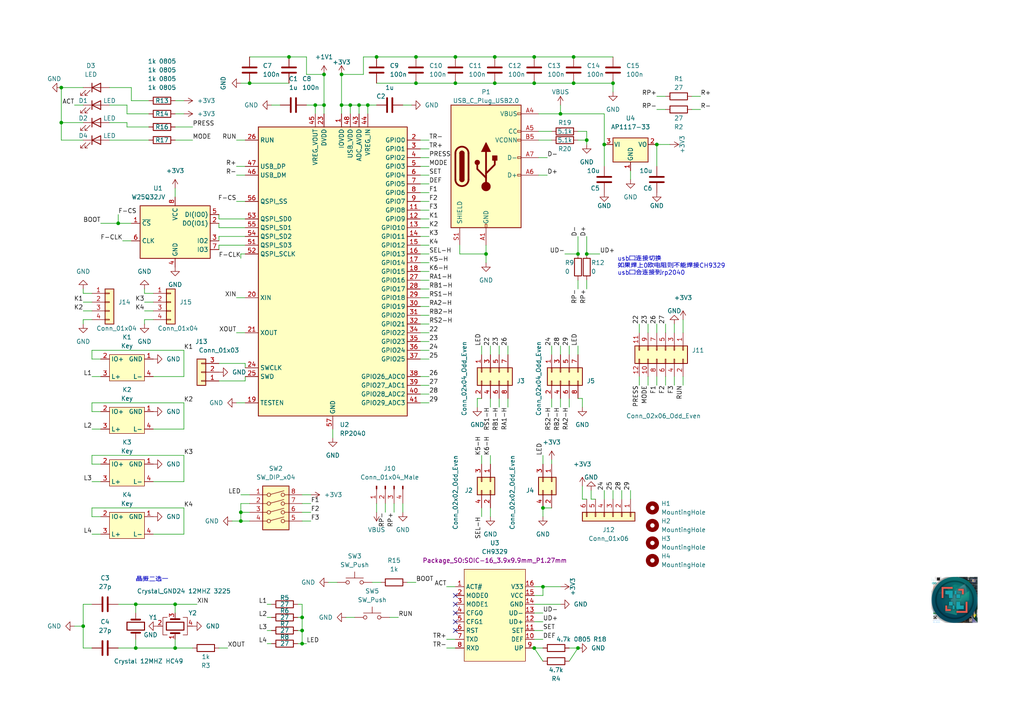
<source format=kicad_sch>
(kicad_sch (version 20211123) (generator eeschema)
  (paper "A4")
  (title_block (title "RKD-stand-typec") (date "2023-01-30") (rev "35") (company "PCX-LK") (comment 1 "https://github.com/PCX-LK/RKD"))
  (junction (at 167.64 187.96))
  (junction (at 154.94 16.51))
  (junction (at 99.06 30.48))
  (junction (at 166.37 16.51))
  (junction (at 109.22 16.51))
  (junction (at 166.37 24.13))
  (junction (at 157.48 170.18))
  (junction (at 83.82 16.51))
  (junction (at 91.44 30.48))
  (junction (at 120.65 16.51))
  (junction (at 24.13 181.61))
  (junction (at 93.98 30.48))
  (junction (at 170.18 73.66))
  (junction (at 177.8 24.13))
  (junction (at 39.37 175.26))
  (junction (at 93.98 21.59))
  (junction (at 175.26 41.91))
  (junction (at 69.85 151.13))
  (junction (at 104.14 30.48))
  (junction (at 17.78 25.4))
  (junction (at 143.51 16.51))
  (junction (at 69.85 148.59))
  (junction (at 143.51 24.13))
  (junction (at 167.64 73.66))
  (junction (at 132.08 16.51))
  (junction (at 162.56 33.02))
  (junction (at 87.63 186.69))
  (junction (at 72.39 24.13))
  (junction (at 87.63 179.07))
  (junction (at 99.06 21.59))
  (junction (at 87.63 182.88))
  (junction (at 170.18 40.64))
  (junction (at 154.94 187.96))
  (junction (at 106.68 30.48))
  (junction (at 132.08 24.13))
  (junction (at 34.29 64.77))
  (junction (at 17.78 35.56))
  (junction (at 190.5 41.91))
  (junction (at 157.48 147.32))
  (junction (at 50.8 175.26))
  (junction (at 101.6 30.48))
  (junction (at 154.94 24.13))
  (junction (at 120.65 24.13))
  (junction (at 140.97 73.66))
  (junction (at 50.8 187.96))
  (junction (at 39.37 187.96))
  (no_connect (at 132.08 180.34))
  (no_connect (at 132.08 172.72))
  (no_connect (at 132.08 175.26))
  (no_connect (at 132.08 177.8))
  (no_connect (at 132.08 182.88))
  (wire (pts (xy 172.72 144.78) (xy 171.45 144.78)))
  (wire (pts (xy 29.21 149.86) (xy 26.67 149.86)))
  (wire (pts (xy 139.7 132.08) (xy 139.7 134.62)))
  (wire (pts (xy 109.22 146.05) (xy 109.22 148.59)))
  (wire (pts (xy 77.47 186.69) (xy 78.74 186.69)))
  (wire (pts (xy 170.18 38.1) (xy 170.18 40.64)))
  (wire (pts (xy 144.78 115.57) (xy 144.78 118.11)))
  (wire (pts (xy 63.5 64.77) (xy 63.5 66.04)))
  (wire (pts (xy 121.92 60.96) (xy 124.46 60.96)))
  (wire (pts (xy 121.92 88.9) (xy 124.46 88.9)))
  (wire (pts (xy 143.51 16.51) (xy 154.94 16.51)))
  (wire (pts (xy 167.64 38.1) (xy 170.18 38.1)))
  (wire (pts (xy 72.39 24.13) (xy 83.82 24.13)))
  (wire (pts (xy 87.63 143.51) (xy 90.17 143.51)))
  (wire (pts (xy 109.22 16.51) (xy 120.65 16.51)))
  (wire (pts (xy 166.37 24.13) (xy 177.8 24.13)))
  (wire (pts (xy 26.67 85.09) (xy 24.13 85.09)))
  (wire (pts (xy 26.67 104.14) (xy 26.67 101.6)))
  (wire (pts (xy 88.9 21.59) (xy 93.98 21.59)))
  (wire (pts (xy 63.5 105.41) (xy 71.12 105.41)))
  (wire (pts (xy 50.8 187.96) (xy 55.88 187.96)))
  (wire (pts (xy 140.97 71.12) (xy 140.97 73.66)))
  (wire (pts (xy 86.36 182.88) (xy 87.63 182.88)))
  (wire (pts (xy 36.83 33.02) (xy 43.18 33.02)))
  (wire (pts (xy 53.34 154.94) (xy 44.45 154.94)))
  (wire (pts (xy 63.5 71.12) (xy 71.12 71.12)))
  (wire (pts (xy 67.31 151.13) (xy 69.85 151.13)))
  (wire (pts (xy 87.63 182.88) (xy 87.63 179.07)))
  (wire (pts (xy 36.83 30.48) (xy 36.83 33.02)))
  (wire (pts (xy 142.24 149.86) (xy 142.24 147.32)))
  (wire (pts (xy 121.92 71.12) (xy 124.46 71.12)))
  (wire (pts (xy 140.97 73.66) (xy 140.97 76.2)))
  (wire (pts (xy 190.5 41.91) (xy 190.5 48.26)))
  (wire (pts (xy 162.56 30.48) (xy 162.56 33.02)))
  (wire (pts (xy 166.37 16.51) (xy 177.8 16.51)))
  (wire (pts (xy 195.58 109.22) (xy 195.58 111.76)))
  (wire (pts (xy 154.94 177.8) (xy 157.48 177.8)))
  (wire (pts (xy 63.5 63.5) (xy 71.12 63.5)))
  (wire (pts (xy 68.58 86.36) (xy 71.12 86.36)))
  (wire (pts (xy 142.24 100.33) (xy 142.24 102.87)))
  (wire (pts (xy 109.22 30.48) (xy 106.68 30.48)))
  (wire (pts (xy 99.06 21.59) (xy 105.41 21.59)))
  (wire (pts (xy 17.78 40.64) (xy 24.13 40.64)))
  (wire (pts (xy 114.3 146.05) (xy 114.3 148.59)))
  (wire (pts (xy 53.34 101.6) (xy 53.34 109.22)))
  (wire (pts (xy 50.8 175.26) (xy 57.15 175.26)))
  (wire (pts (xy 53.34 132.08) (xy 53.34 139.7)))
  (wire (pts (xy 105.41 21.59) (xy 105.41 16.51)))
  (wire (pts (xy 29.21 139.7) (xy 26.67 139.7)))
  (wire (pts (xy 157.48 147.32) (xy 160.02 147.32)))
  (wire (pts (xy 162.56 100.33) (xy 162.56 102.87)))
  (wire (pts (xy 121.92 83.82) (xy 124.46 83.82)))
  (wire (pts (xy 190.5 41.91) (xy 194.31 41.91)))
  (wire (pts (xy 29.21 109.22) (xy 26.67 109.22)))
  (wire (pts (xy 120.65 16.51) (xy 132.08 16.51)))
  (wire (pts (xy 147.32 100.33) (xy 147.32 102.87)))
  (wire (pts (xy 39.37 187.96) (xy 39.37 185.42)))
  (wire (pts (xy 162.56 170.18) (xy 157.48 170.18)))
  (wire (pts (xy 71.12 68.58) (xy 63.5 68.58)))
  (wire (pts (xy 29.21 134.62) (xy 26.67 134.62)))
  (wire (pts (xy 71.12 73.66) (xy 69.85 73.66)))
  (wire (pts (xy 147.32 115.57) (xy 147.32 118.11)))
  (wire (pts (xy 17.78 35.56) (xy 17.78 40.64)))
  (wire (pts (xy 180.34 142.24) (xy 180.34 144.78)))
  (wire (pts (xy 63.5 187.96) (xy 66.04 187.96)))
  (wire (pts (xy 68.58 40.64) (xy 71.12 40.64)))
  (wire (pts (xy 86.36 175.26) (xy 87.63 175.26)))
  (wire (pts (xy 182.88 142.24) (xy 182.88 144.78)))
  (wire (pts (xy 198.12 92.71) (xy 198.12 96.52)))
  (wire (pts (xy 26.67 92.71) (xy 24.13 92.71)))
  (wire (pts (xy 121.92 58.42) (xy 124.46 58.42)))
  (wire (pts (xy 162.56 115.57) (xy 162.56 118.11)))
  (wire (pts (xy 50.8 54.61) (xy 50.8 57.15)))
  (wire (pts (xy 121.92 48.26) (xy 124.46 48.26)))
  (wire (pts (xy 182.88 49.53) (xy 182.88 52.07)))
  (wire (pts (xy 41.91 90.17) (xy 44.45 90.17)))
  (wire (pts (xy 156.21 45.72) (xy 158.75 45.72)))
  (wire (pts (xy 170.18 81.28) (xy 170.18 83.82)))
  (wire (pts (xy 106.68 30.48) (xy 106.68 33.02)))
  (wire (pts (xy 41.91 92.71) (xy 41.91 93.98)))
  (wire (pts (xy 50.8 33.02) (xy 53.34 33.02)))
  (wire (pts (xy 83.82 16.51) (xy 88.9 16.51)))
  (wire (pts (xy 24.13 85.09) (xy 24.13 83.82)))
  (wire (pts (xy 111.76 146.05) (xy 111.76 148.59)))
  (wire (pts (xy 87.63 148.59) (xy 90.17 148.59)))
  (wire (pts (xy 63.5 66.04) (xy 71.12 66.04)))
  (wire (pts (xy 142.24 132.08) (xy 142.24 134.62)))
  (wire (pts (xy 44.45 92.71) (xy 41.91 92.71)))
  (wire (pts (xy 99.06 21.59) (xy 99.06 30.48)))
  (wire (pts (xy 69.85 146.05) (xy 69.85 148.59)))
  (wire (pts (xy 88.9 16.51) (xy 88.9 21.59)))
  (wire (pts (xy 87.63 175.26) (xy 87.63 179.07)))
  (wire (pts (xy 171.45 144.78) (xy 171.45 142.24)))
  (wire (pts (xy 26.67 119.38) (xy 26.67 116.84)))
  (wire (pts (xy 36.83 35.56) (xy 36.83 36.83)))
  (wire (pts (xy 104.14 30.48) (xy 106.68 30.48)))
  (wire (pts (xy 69.85 151.13) (xy 72.39 151.13)))
  (wire (pts (xy 24.13 30.48) (xy 21.59 30.48)))
  (wire (pts (xy 116.84 146.05) (xy 116.84 148.59)))
  (wire (pts (xy 121.92 116.84) (xy 124.46 116.84)))
  (wire (pts (xy 107.95 168.91) (xy 110.49 168.91)))
  (wire (pts (xy 121.92 55.88) (xy 124.46 55.88)))
  (wire (pts (xy 39.37 187.96) (xy 50.8 187.96)))
  (wire (pts (xy 87.63 186.69) (xy 88.9 186.69)))
  (wire (pts (xy 53.34 29.21) (xy 50.8 29.21)))
  (wire (pts (xy 121.92 45.72) (xy 124.46 45.72)))
  (wire (pts (xy 121.92 111.76) (xy 124.46 111.76)))
  (wire (pts (xy 63.5 63.5) (xy 63.5 62.23)))
  (wire (pts (xy 154.94 175.26) (xy 162.56 175.26)))
  (wire (pts (xy 121.92 81.28) (xy 124.46 81.28)))
  (wire (pts (xy 168.91 140.97) (xy 168.91 144.78)))
  (wire (pts (xy 78.74 30.48) (xy 81.28 30.48)))
  (wire (pts (xy 69.85 73.66) (xy 69.85 74.93)))
  (wire (pts (xy 41.91 87.63) (xy 44.45 87.63)))
  (wire (pts (xy 17.78 35.56) (xy 24.13 35.56)))
  (wire (pts (xy 170.18 73.66) (xy 173.99 73.66)))
  (wire (pts (xy 53.34 139.7) (xy 44.45 139.7)))
  (wire (pts (xy 69.85 24.13) (xy 72.39 24.13)))
  (wire (pts (xy 93.98 21.59) (xy 93.98 30.48)))
  (wire (pts (xy 198.12 109.22) (xy 198.12 111.76)))
  (wire (pts (xy 26.67 101.6) (xy 53.34 101.6)))
  (wire (pts (xy 86.36 179.07) (xy 87.63 179.07)))
  (wire (pts (xy 129.54 170.18) (xy 132.08 170.18)))
  (wire (pts (xy 154.94 170.18) (xy 157.48 170.18)))
  (wire (pts (xy 190.5 109.22) (xy 190.5 111.76)))
  (wire (pts (xy 121.92 91.44) (xy 124.46 91.44)))
  (wire (pts (xy 157.48 149.86) (xy 157.48 147.32)))
  (wire (pts (xy 50.8 40.64) (xy 55.88 40.64)))
  (wire (pts (xy 29.21 64.77) (xy 34.29 64.77)))
  (wire (pts (xy 29.21 154.94) (xy 26.67 154.94)))
  (wire (pts (xy 129.54 185.42) (xy 132.08 185.42)))
  (wire (pts (xy 50.8 175.26) (xy 50.8 177.8)))
  (wire (pts (xy 71.12 109.22) (xy 71.12 110.49)))
  (wire (pts (xy 105.41 16.51) (xy 109.22 16.51)))
  (wire (pts (xy 200.66 27.94) (xy 203.2 27.94)))
  (wire (pts (xy 71.12 105.41) (xy 71.12 106.68)))
  (wire (pts (xy 96.52 124.46) (xy 96.52 127)))
  (wire (pts (xy 24.13 90.17) (xy 26.67 90.17)))
  (wire (pts (xy 132.08 24.13) (xy 143.51 24.13)))
  (wire (pts (xy 143.51 24.13) (xy 154.94 24.13)))
  (wire (pts (xy 104.14 30.48) (xy 104.14 33.02)))
  (wire (pts (xy 157.48 182.88) (xy 154.94 182.88)))
  (wire (pts (xy 185.42 93.98) (xy 185.42 96.52)))
  (wire (pts (xy 129.54 187.96) (xy 132.08 187.96)))
  (wire (pts (xy 160.02 115.57) (xy 160.02 118.11)))
  (wire (pts (xy 101.6 30.48) (xy 104.14 30.48)))
  (wire (pts (xy 53.34 124.46) (xy 44.45 124.46)))
  (wire (pts (xy 165.1 115.57) (xy 165.1 118.11)))
  (wire (pts (xy 109.22 24.13) (xy 120.65 24.13)))
  (wire (pts (xy 31.75 30.48) (xy 36.83 30.48)))
  (wire (pts (xy 121.92 63.5) (xy 124.46 63.5)))
  (wire (pts (xy 154.94 187.96) (xy 157.48 191.77)))
  (wire (pts (xy 162.56 33.02) (xy 175.26 33.02)))
  (wire (pts (xy 121.92 78.74) (xy 124.46 78.74)))
  (wire (pts (xy 121.92 99.06) (xy 124.46 99.06)))
  (wire (pts (xy 156.21 33.02) (xy 162.56 33.02)))
  (wire (pts (xy 39.37 175.26) (xy 50.8 175.26)))
  (wire (pts (xy 157.48 132.08) (xy 157.48 134.62)))
  (wire (pts (xy 193.04 109.22) (xy 193.04 111.76)))
  (wire (pts (xy 63.5 72.39) (xy 63.5 71.12)))
  (wire (pts (xy 88.9 30.48) (xy 91.44 30.48)))
  (wire (pts (xy 165.1 191.77) (xy 167.64 187.96)))
  (wire (pts (xy 17.78 25.4) (xy 17.78 35.56)))
  (wire (pts (xy 87.63 146.05) (xy 90.17 146.05)))
  (wire (pts (xy 38.1 29.21) (xy 38.1 25.4)))
  (wire (pts (xy 177.8 142.24) (xy 177.8 144.78)))
  (wire (pts (xy 99.06 30.48) (xy 101.6 30.48)))
  (wire (pts (xy 200.66 31.75) (xy 203.2 31.75)))
  (wire (pts (xy 160.02 133.35) (xy 160.02 134.62)))
  (wire (pts (xy 68.58 50.8) (xy 71.12 50.8)))
  (wire (pts (xy 154.94 187.96) (xy 157.48 187.96)))
  (wire (pts (xy 154.94 16.51) (xy 166.37 16.51)))
  (wire (pts (xy 177.8 24.13) (xy 177.8 26.67)))
  (wire (pts (xy 69.85 148.59) (xy 72.39 148.59)))
  (wire (pts (xy 154.94 185.42) (xy 157.48 185.42)))
  (wire (pts (xy 139.7 100.33) (xy 139.7 102.87)))
  (wire (pts (xy 24.13 175.26) (xy 24.13 181.61)))
  (wire (pts (xy 26.67 149.86) (xy 26.67 147.32)))
  (wire (pts (xy 163.83 73.66) (xy 167.64 73.66)))
  (wire (pts (xy 121.92 68.58) (xy 124.46 68.58)))
  (wire (pts (xy 175.26 41.91) (xy 175.26 48.26)))
  (wire (pts (xy 187.96 93.98) (xy 187.96 96.52)))
  (wire (pts (xy 154.94 172.72) (xy 157.48 172.72)))
  (wire (pts (xy 26.67 175.26) (xy 24.13 175.26)))
  (wire (pts (xy 69.85 148.59) (xy 69.85 151.13)))
  (wire (pts (xy 175.26 33.02) (xy 175.26 41.91)))
  (wire (pts (xy 121.92 101.6) (xy 124.46 101.6)))
  (wire (pts (xy 165.1 100.33) (xy 165.1 102.87)))
  (wire (pts (xy 113.03 179.07) (xy 115.57 179.07)))
  (wire (pts (xy 121.92 73.66) (xy 124.46 73.66)))
  (wire (pts (xy 31.75 35.56) (xy 36.83 35.56)))
  (wire (pts (xy 17.78 25.4) (xy 24.13 25.4)))
  (wire (pts (xy 39.37 175.26) (xy 39.37 177.8)))
  (wire (pts (xy 168.91 115.57) (xy 168.91 118.11)))
  (wire (pts (xy 132.08 16.51) (xy 143.51 16.51)))
  (wire (pts (xy 72.39 16.51) (xy 83.82 16.51)))
  (wire (pts (xy 170.18 68.58) (xy 170.18 73.66)))
  (wire (pts (xy 77.47 179.07) (xy 78.74 179.07)))
  (wire (pts (xy 34.29 64.77) (xy 38.1 64.77)))
  (wire (pts (xy 170.18 40.64) (xy 170.18 41.91)))
  (wire (pts (xy 68.58 96.52) (xy 71.12 96.52)))
  (wire (pts (xy 167.64 68.58) (xy 167.64 73.66)))
  (wire (pts (xy 91.44 30.48) (xy 91.44 33.02)))
  (wire (pts (xy 99.06 33.02) (xy 99.06 30.48)))
  (wire (pts (xy 142.24 115.57) (xy 142.24 118.11)))
  (wire (pts (xy 36.83 36.83) (xy 43.18 36.83)))
  (wire (pts (xy 41.91 83.82) (xy 41.91 85.09)))
  (wire (pts (xy 87.63 186.69) (xy 87.63 182.88)))
  (wire (pts (xy 167.64 81.28) (xy 167.64 83.82)))
  (wire (pts (xy 26.67 147.32) (xy 53.34 147.32)))
  (wire (pts (xy 167.64 40.64) (xy 170.18 40.64)))
  (wire (pts (xy 95.25 168.91) (xy 97.79 168.91)))
  (wire (pts (xy 53.34 116.84) (xy 53.34 124.46)))
  (wire (pts (xy 121.92 43.18) (xy 124.46 43.18)))
  (wire (pts (xy 69.85 146.05) (xy 72.39 146.05)))
  (wire (pts (xy 21.59 181.61) (xy 24.13 181.61)))
  (wire (pts (xy 167.64 115.57) (xy 168.91 115.57)))
  (wire (pts (xy 77.47 175.26) (xy 78.74 175.26)))
  (wire (pts (xy 63.5 110.49) (xy 71.12 110.49)))
  (wire (pts (xy 139.7 115.57) (xy 138.43 115.57)))
  (wire (pts (xy 86.36 186.69) (xy 87.63 186.69)))
  (wire (pts (xy 121.92 93.98) (xy 124.46 93.98)))
  (wire (pts (xy 121.92 76.2) (xy 124.46 76.2)))
  (wire (pts (xy 34.29 62.23) (xy 34.29 64.77)))
  (wire (pts (xy 133.35 73.66) (xy 140.97 73.66)))
  (wire (pts (xy 120.65 24.13) (xy 132.08 24.13)))
  (wire (pts (xy 34.29 187.96) (xy 39.37 187.96)))
  (wire (pts (xy 35.56 69.85) (xy 38.1 69.85)))
  (wire (pts (xy 121.92 40.64) (xy 124.46 40.64)))
  (wire (pts (xy 77.47 182.88) (xy 78.74 182.88)))
  (wire (pts (xy 53.34 147.32) (xy 53.34 154.94)))
  (wire (pts (xy 139.7 149.86) (xy 139.7 147.32)))
  (wire (pts (xy 133.35 71.12) (xy 133.35 73.66)))
  (wire (pts (xy 187.96 109.22) (xy 187.96 111.76)))
  (wire (pts (xy 154.94 24.13) (xy 166.37 24.13)))
  (wire (pts (xy 154.94 180.34) (xy 157.48 180.34)))
  (wire (pts (xy 121.92 50.8) (xy 124.46 50.8)))
  (wire (pts (xy 43.18 29.21) (xy 38.1 29.21)))
  (wire (pts (xy 29.21 119.38) (xy 26.67 119.38)))
  (wire (pts (xy 69.85 143.51) (xy 72.39 143.51)))
  (wire (pts (xy 157.48 172.72) (xy 157.48 170.18)))
  (wire (pts (xy 185.42 109.22) (xy 185.42 111.76)))
  (wire (pts (xy 29.21 104.14) (xy 26.67 104.14)))
  (wire (pts (xy 50.8 36.83) (xy 55.88 36.83)))
  (wire (pts (xy 190.5 31.75) (xy 193.04 31.75)))
  (wire (pts (xy 121.92 109.22) (xy 124.46 109.22)))
  (wire (pts (xy 156.21 40.64) (xy 160.02 40.64)))
  (wire (pts (xy 24.13 87.63) (xy 26.67 87.63)))
  (wire (pts (xy 63.5 68.58) (xy 63.5 69.85)))
  (wire (pts (xy 168.91 144.78) (xy 170.18 144.78)))
  (wire (pts (xy 156.21 38.1) (xy 160.02 38.1)))
  (wire (pts (xy 144.78 100.33) (xy 144.78 102.87)))
  (wire (pts (xy 118.11 168.91) (xy 120.65 168.91)))
  (wire (pts (xy 24.13 181.61) (xy 24.13 187.96)))
  (wire (pts (xy 31.75 25.4) (xy 38.1 25.4)))
  (wire (pts (xy 24.13 92.71) (xy 24.13 93.98)))
  (wire (pts (xy 193.04 93.98) (xy 193.04 96.52)))
  (wire (pts (xy 190.5 27.94) (xy 193.04 27.94)))
  (wire (pts (xy 190.5 93.98) (xy 190.5 96.52)))
  (wire (pts (xy 165.1 187.96) (xy 167.64 187.96)))
  (wire (pts (xy 121.92 114.3) (xy 124.46 114.3)))
  (wire (pts (xy 195.58 93.98) (xy 195.58 96.52)))
  (wire (pts (xy 93.98 33.02) (xy 93.98 30.48)))
  (wire (pts (xy 160.02 100.33) (xy 160.02 102.87)))
  (wire (pts (xy 34.29 175.26) (xy 39.37 175.26)))
  (wire (pts (xy 121.92 66.04) (xy 124.46 66.04)))
  (wire (pts (xy 116.84 30.48) (xy 119.38 30.48)))
  (wire (pts (xy 101.6 30.48) (xy 101.6 33.02)))
  (wire (pts (xy 68.58 48.26) (xy 71.12 48.26)))
  (wire (pts (xy 50.8 185.42) (xy 50.8 187.96)))
  (wire (pts (xy 138.43 115.57) (xy 138.43 118.11)))
  (wire (pts (xy 156.21 50.8) (xy 158.75 50.8)))
  (wire (pts (xy 68.58 116.84) (xy 71.12 116.84)))
  (wire (pts (xy 93.98 30.48) (xy 91.44 30.48)))
  (wire (pts (xy 41.91 85.09) (xy 44.45 85.09)))
  (wire (pts (xy 121.92 96.52) (xy 124.46 96.52)))
  (wire (pts (xy 87.63 151.13) (xy 90.17 151.13)))
  (wire (pts (xy 26.67 132.08) (xy 53.34 132.08)))
  (wire (pts (xy 26.67 134.62) (xy 26.67 132.08)))
  (wire (pts (xy 31.75 40.64) (xy 43.18 40.64)))
  (wire (pts (xy 29.21 124.46) (xy 26.67 124.46)))
  (wire (pts (xy 167.64 100.33) (xy 167.64 102.87)))
  (wire (pts (xy 26.67 116.84) (xy 53.34 116.84)))
  (wire (pts (xy 121.92 104.14) (xy 124.46 104.14)))
  (wire (pts (xy 68.58 58.42) (xy 71.12 58.42)))
  (wire (pts (xy 121.92 53.34) (xy 124.46 53.34)))
  (wire (pts (xy 24.13 187.96) (xy 26.67 187.96)))
  (wire (pts (xy 100.33 179.07) (xy 102.87 179.07)))
  (wire (pts (xy 121.92 86.36) (xy 124.46 86.36)))
  (wire (pts (xy 175.26 142.24) (xy 175.26 144.78)))
  (wire (pts (xy 53.34 109.22) (xy 44.45 109.22)))
  (image (at 276.86 173.99) (scale 0.145832))
  (text "usb口连接切换\n如果焊上0欧电阻则不能焊接CH9329\nusb口会连接到rp2040" (at 179.07 80.01 0) (effects (font (size 1.27 1.27)) (justify left bottom)))
  (text "晶振二选一" (at 39.37 168.91 0) (effects (font (size 1.27 1.27)) (justify left bottom)))
  (label "RUN" (at 68.58 40.64 180))
  (label "22" (at 142.24 100.33 90))
  (label "L3" (at 77.47 182.88 180))
  (label "R-" (at 203.2 31.75 0))
  (label "24" (at 175.26 142.24 90))
  (label "BOOT" (at 29.21 64.77 180))
  (label "RB2-H" (at 162.56 118.11 270))
  (label "29" (at 165.1 100.33 90))
  (label "UD+" (at 173.99 73.66 0))
  (label "PRESS" (at 55.88 36.83 0))
  (label "RS2-H" (at 160.02 118.11 270))
  (label "K4" (at 41.91 90.17 180))
  (label "F1" (at 124.46 55.88 0))
  (label "RP+" (at 190.5 27.94 180))
  (label "22" (at 185.42 93.98 90))
  (label "25" (at 124.46 104.14 0))
  (label "R-" (at 68.58 50.8 180))
  (label "RA2-H" (at 124.46 88.9 0))
  (label "K6-H" (at 142.24 132.08 90))
  (label "RA1-H" (at 124.46 81.28 0))
  (label "F1" (at 90.17 146.05 0))
  (label "K2" (at 124.46 66.04 0))
  (label "27" (at 193.04 93.98 90))
  (label "L2" (at 77.47 179.07 180))
  (label "PRESS" (at 124.46 45.72 0))
  (label "RP-" (at 111.76 148.59 270))
  (label "28" (at 162.56 100.33 90))
  (label "RP+" (at 170.18 83.82 270))
  (label "UD-" (at 163.83 73.66 180))
  (label "LED" (at 88.9 186.69 0))
  (label "RP+" (at 114.3 148.59 270))
  (label "24" (at 160.02 100.33 90))
  (label "TR+" (at 124.46 43.18 0))
  (label "22" (at 124.46 96.52 0))
  (label "RB1-H" (at 124.46 83.82 0))
  (label "F-CS" (at 68.58 58.42 180))
  (label "RA1-H" (at 147.32 118.11 270))
  (label "BOOT" (at 120.65 168.91 0))
  (label "28" (at 124.46 114.3 0))
  (label "LED" (at 139.7 100.33 90))
  (label "K4" (at 53.34 147.32 0))
  (label "UD+" (at 157.48 180.34 0))
  (label "R+" (at 203.2 27.94 0))
  (label "XOUT" (at 68.58 96.52 180))
  (label "K3" (at 53.34 132.08 0))
  (label "26" (at 124.46 109.22 0))
  (label "F3" (at 124.46 60.96 0))
  (label "K5-H" (at 139.7 132.08 90))
  (label "RB1-H" (at 144.78 118.11 270))
  (label "K3" (at 41.91 87.63 180))
  (label "24" (at 124.46 101.6 0))
  (label "PRESS" (at 185.42 111.76 270))
  (label "RS1-H" (at 142.24 118.11 270))
  (label "SEL-H" (at 139.7 149.86 270))
  (label "L3" (at 26.67 139.7 180))
  (label "28" (at 180.34 142.24 90))
  (label "L4" (at 26.67 154.94 180))
  (label "27" (at 124.46 111.76 0))
  (label "F-CLK" (at 69.85 74.93 180))
  (label "29" (at 182.88 142.24 90))
  (label "23" (at 144.78 100.33 90))
  (label "XIN" (at 57.15 175.26 0))
  (label "K2" (at 53.34 116.84 0))
  (label "25" (at 177.8 142.24 90))
  (label "D+" (at 158.75 50.8 0))
  (label "DEF" (at 124.46 53.34 0))
  (label "K4" (at 124.46 71.12 0))
  (label "R+" (at 68.58 48.26 180))
  (label "F1" (at 190.5 111.76 270))
  (label "RS1-H" (at 124.46 86.36 0))
  (label "MODE" (at 187.96 111.76 270))
  (label "LED" (at 167.64 100.33 90))
  (label "SET" (at 157.48 182.88 0))
  (label "UD-" (at 157.48 177.8 0))
  (label "K1" (at 124.46 63.5 0))
  (label "F-CLK" (at 35.56 69.85 180))
  (label "26" (at 147.32 100.33 90))
  (label "SEL-H" (at 124.46 73.66 0))
  (label "DEF" (at 157.48 185.42 0))
  (label "TR-" (at 129.54 187.96 180))
  (label "23" (at 187.96 93.98 90))
  (label "XOUT" (at 66.04 187.96 0))
  (label "F-CS" (at 34.29 62.23 0))
  (label "MODE" (at 124.46 48.26 0))
  (label "F2" (at 193.04 111.76 270))
  (label "K5-H" (at 124.46 76.2 0))
  (label "F3" (at 195.58 111.76 270))
  (label "F2" (at 124.46 58.42 0))
  (label "MODE" (at 55.88 40.64 0))
  (label "K3" (at 124.46 68.58 0))
  (label "K2" (at 24.13 90.17 180))
  (label "ACT" (at 129.54 170.18 180))
  (label "RS2-H" (at 124.46 93.98 0))
  (label "D-" (at 158.75 45.72 0))
  (label "TR-" (at 124.46 40.64 0))
  (label "RP-" (at 190.5 31.75 180))
  (label "29" (at 124.46 116.84 0))
  (label "SET" (at 124.46 50.8 0))
  (label "L1" (at 26.67 109.22 180))
  (label "F3" (at 90.17 151.13 0))
  (label "RP-" (at 167.64 83.82 270))
  (label "K1" (at 24.13 87.63 180))
  (label "L2" (at 26.67 124.46 180))
  (label "RB2-H" (at 124.46 91.44 0))
  (label "23" (at 124.46 99.06 0))
  (label "K6-H" (at 124.46 78.74 0))
  (label "D+" (at 170.18 68.58 90))
  (label "L1" (at 77.47 175.26 180))
  (label "LED" (at 157.48 132.08 90))
  (label "D-" (at 167.64 68.58 90))
  (label "F2" (at 90.17 148.59 0))
  (label "L4" (at 77.47 186.69 180))
  (label "RUN" (at 115.57 179.07 0))
  (label "XIN" (at 68.58 86.36 180))
  (label "26" (at 190.5 93.98 90))
  (label "LED" (at 69.85 143.51 180))
  (label "RA2-H" (at 165.1 118.11 270))
  (label "TR+" (at 129.54 185.42 180))
  (label "RUN" (at 198.12 111.76 270))
  (label "K1" (at 53.34 101.6 0))
  (label "ACT" (at 21.59 30.48 180))
  (symbol (lib_id "Device:R") (at 196.85 31.75 270) (unit 1)
    (property "Reference" "R2" (at 196.85 36.83 90))
    (property "Value" "27" (at 196.85 34.29 90))
    (property "Footprint" "Resistor_SMD:R_0805_2012Metric" (effects hide))
  )
  (symbol (lib_id "power:+1V1") (at 93.98 21.59 0) (unit 1)
    (property "Reference" "#PWR0109" (effects hide))
    (property "Value" "+1V1" (at 93.98 16.51 0))
  )
  (symbol (lib_id "power:+3V3") (at 53.34 29.21 270) (unit 1)
    (property "Reference" "#PWR04" (effects hide))
    (property "Value" "+3V3" (at 57.15 29.2101 90) (effects (justify left)))
  )
  (symbol (lib_id "power:GND") (at 44.45 149.86 90) (mirror x) (unit 1)
    (property "Reference" "#PWR0128" (effects hide))
    (property "Value" "GND" (at 48.26 149.8599 90) (effects (justify right)))
  )
  (symbol (lib_id "power:GND") (at 167.64 187.96 90) (unit 1)
    (property "Reference" "#PWR0114" (effects hide))
    (property "Value" "GND" (at 171.45 187.9599 90) (effects (justify right)))
  )
  (symbol (lib_id "Device:R") (at 46.99 29.21 90) (unit 1)
    (property "Reference" "R13" (at 46.99 29.21 90))
    (property "Value" "1k 0805" (at 46.99 17.78 90))
    (property "Footprint" "Resistor_SMD:R_0805_2012Metric" (effects hide))
  )
  (symbol (lib_id "Device:C") (at 83.82 20.32 180) (unit 1)
    (property "Reference" "C8" (at 87.63 22.86 0) (effects (justify right)))
    (property "Value" "100n" (at 87.63 25.4 0) (effects (justify right)))
    (property "Footprint" "Capacitor_SMD:C_0805_2012Metric" (effects hide))
  )
  (symbol (lib_id "Switch:SW_Push") (at 107.95 179.07 0) (unit 1)
    (property "Reference" "SW5" (at 107.95 171.45 0))
    (property "Value" "SW_Push" (at 107.95 173.99 0))
    (property "Footprint" "Button_Switch_SMD:SW_Push_1P1T_NO_6x6mm_H9.5mm" (effects hide))
  )
  (symbol (lib_id "Device:R") (at 114.3 168.91 90) (unit 1)
    (property "Reference" "R15" (at 114.3 162.56 90))
    (property "Value" "1k" (at 114.3 165.1 90))
    (property "Footprint" "Resistor_SMD:R_0805_2012Metric" (effects hide))
  )
  (symbol (lib_id "Mechanical:MountingHole") (at 189.23 147.32 0) (unit 1)
    (property "Reference" "H1" (at 191.77 146.0499 0) (effects (justify left)))
    (property "Value" "MountingHole" (at 191.77 148.5899 0) (effects (justify left)))
    (property "Footprint" "foot:HO" (effects hide))
  )
  (symbol (lib_id "power:GND") (at 95.25 168.91 270) (unit 1)
    (property "Reference" "#PWR0141" (effects hide))
    (property "Value" "GND" (at 91.44 168.9099 90) (effects (justify right)))
  )
  (symbol (lib_id "Connector_Generic:Conn_01x06") (at 177.8 149.86 270) (unit 1)
    (property "Reference" "J12" (at 176.53 153.67 90))
    (property "Value" "Conn_01x06" (at 176.53 156.21 90))
    (property "Footprint" "Connector_PinHeader_2.54mm:PinHeader_1x06_P2.54mm_Vertical" (effects hide))
  )
  (symbol (lib_id "power:+3V3") (at 99.06 21.59 0) (unit 1)
    (property "Reference" "#PWR0110" (effects hide))
    (property "Value" "+3V3" (at 99.06 18.034 0))
  )
  (symbol (lib_name "Key_3") (lib_id "Key:Key") (at 36.83 152.4 0) (unit 1)
    (property "Reference" "K4" (at 36.83 143.51 0))
    (property "Value" "Key" (at 36.83 146.05 0))
    (property "Footprint" "foot:Key" (effects hide))
  )
  (symbol (lib_id "Device:C") (at 30.48 175.26 90) (unit 1)
    (property "Reference" "C3" (at 30.48 167.64 90))
    (property "Value" "27p" (at 30.48 170.18 90))
    (property "Footprint" "Capacitor_SMD:C_0805_2012Metric" (effects hide))
  )
  (symbol (lib_id "power:GND") (at 50.8 77.47 0) (unit 1)
    (property "Reference" "#PWR0107" (effects hide))
    (property "Value" "GND" (at 50.8 82.55 0))
  )
  (symbol (lib_id "Device:C") (at 109.22 20.32 0) (unit 1)
    (property "Reference" "C9" (at 113.03 19.0499 0) (effects (justify left)))
    (property "Value" "100n" (at 113.03 21.5899 0) (effects (justify left)))
    (property "Footprint" "Capacitor_SMD:C_0805_2012Metric" (effects hide))
  )
  (symbol (lib_id "power:GND") (at 175.26 55.88 0) (mirror y) (unit 1)
    (property "Reference" "#PWR0102" (effects hide))
    (property "Value" "GND" (at 175.26 59.69 0))
  )
  (symbol (lib_id "power:+3V3") (at 160.02 133.35 0) (mirror y) (unit 1)
    (property "Reference" "#PWR0129" (effects hide))
    (property "Value" "+3V3" (at 160.02 128.27 0))
  )
  (symbol (lib_id "Device:R") (at 163.83 40.64 90) (unit 1)
    (property "Reference" "R20" (at 163.83 43.18 90))
    (property "Value" "5.1k" (at 163.83 40.64 90))
    (property "Footprint" "Resistor_SMD:R_0805_2012Metric" (effects hide))
  )
  (symbol (lib_id "power:+3V3") (at 53.34 33.02 270) (unit 1)
    (property "Reference" "#PWR0122" (effects hide))
    (property "Value" "+3V3" (at 57.15 33.0201 90) (effects (justify left)))
  )
  (symbol (lib_id "Device:LED") (at 27.94 30.48 0) (unit 1)
    (property "Reference" "D1" (at 24.13 29.21 0))
    (property "Value" "LED" (at 31.75 29.21 0))
    (property "Footprint" "foot:L1206" (effects hide))
  )
  (symbol (lib_name "Key_3") (lib_id "Key:Key") (at 36.83 137.16 0) (unit 1)
    (property "Reference" "K3" (at 36.83 128.27 0))
    (property "Value" "Key" (at 36.83 130.81 0))
    (property "Footprint" "foot:Key" (effects hide))
  )
  (symbol (lib_id "Memory_Flash:W25Q32JVSS") (at 50.8 67.31 0) (unit 1)
    (property "Reference" "U1" (at 44.45 54.61 0) (effects (justify left)))
    (property "Value" "W25Q32JV" (at 38.1 57.15 0) (effects (justify left)))
    (property "Footprint" "Package_SO:SOIC-8_5.23x5.23mm_P1.27mm" (effects hide))
    (property "Datasheet" "http://www.winbond.com/resource-files/w25q32jv%20revg%2003272018%20plus.pdf" (effects hide))
  )
  (symbol (lib_id "power:GND") (at 177.8 26.67 0) (unit 1)
    (property "Reference" "#PWR0121" (effects hide))
    (property "Value" "GND" (at 177.8 31.75 0))
  )
  (symbol (lib_id "power:GND") (at 138.43 118.11 0) (unit 1)
    (property "Reference" "#PWR0124" (effects hide))
    (property "Value" "GND" (at 138.43 123.19 0))
  )
  (symbol (lib_id "power:GND") (at 96.52 127 0) (unit 1)
    (property "Reference" "#PWR0119" (effects hide))
    (property "Value" "GND" (at 96.52 132.08 0))
  )
  (symbol (lib_id "power:GND") (at 41.91 93.98 0) (unit 1)
    (property "Reference" "#PWR08" (effects hide))
    (property "Value" "GND" (at 41.91 99.06 0))
  )
  (symbol (lib_id "power:+3V3") (at 198.12 92.71 0) (unit 1)
    (property "Reference" "#PWR0125" (effects hide))
    (property "Value" "+3V3" (at 198.12 86.36 0))
  )
  (symbol (lib_id "Mechanical:MountingHole") (at 189.23 162.56 0) (unit 1)
    (property "Reference" "H4" (at 191.77 161.2899 0) (effects (justify left)))
    (property "Value" "MountingHole" (at 191.77 163.8299 0) (effects (justify left)))
    (property "Footprint" "foot:HO" (effects hide))
  )
  (symbol (lib_id "power:GND") (at 140.97 76.2 0) (unit 1)
    (property "Reference" "#PWR0104" (effects hide))
    (property "Value" "GND" (at 140.97 81.28 0))
  )
  (symbol (lib_id "Connector:Conn_01x04_Male") (at 111.76 140.97 90) (mirror x) (unit 1)
    (property "Reference" "J10" (at 113.03 135.89 90))
    (property "Value" "Conn_01x04_Male" (at 113.03 138.43 90))
    (property "Footprint" "foot:XH-7mm" (effects hide))
  )
  (symbol (lib_name "Key_3") (lib_id "Key:Key") (at 36.83 121.92 0) (unit 1)
    (property "Reference" "K2" (at 36.83 113.03 0))
    (property "Value" "Key" (at 36.83 115.57 0))
    (property "Footprint" "foot:Key" (effects hide))
  )
  (symbol (lib_id "power:GND") (at 195.58 93.98 180) (unit 1)
    (property "Reference" "#PWR0136" (effects hide))
    (property "Value" "GND" (at 195.58 90.17 0))
  )
  (symbol (lib_id "Device:C") (at 113.03 30.48 90) (unit 1)
    (property "Reference" "C2" (at 110.49 27.94 90))
    (property "Value" "1u" (at 113.03 25.4 90))
    (property "Footprint" "Capacitor_SMD:C_0805_2012Metric" (effects hide))
  )
  (symbol (lib_id "power:GND") (at 190.5 55.88 0) (mirror y) (unit 1)
    (property "Reference" "#PWR0105" (effects hide))
    (property "Value" "GND" (at 190.5 59.69 0))
  )
  (symbol (lib_id "MCU_RaspberryPi:RP2040") (at 96.52 78.74 0) (unit 1)
    (property "Reference" "U2" (at 98.5394 123.19 0) (effects (justify left)))
    (property "Value" "RP2040" (at 98.5394 125.73 0) (effects (justify left)))
    (property "Footprint" "foot:RP2040-QFN-56" (effects hide))
    (property "Datasheet" "https://datasheets.raspberrypi.com/rp2040/rp2040-datasheet.pdf" (effects hide))
  )
  (symbol (lib_id "Device:R") (at 161.29 187.96 90) (unit 1)
    (property "Reference" "R18" (at 173.99 185.42 90))
    (property "Value" "4.7k 0805" (at 166.37 185.42 90))
    (property "Footprint" "Resistor_SMD:R_0805_2012Metric" (effects hide))
  )
  (symbol (lib_id "power:GND") (at 157.48 149.86 0) (unit 1)
    (property "Reference" "#PWR0133" (effects hide))
    (property "Value" "GND" (at 157.48 154.94 0))
  )
  (symbol (lib_id "Switch:SW_Push") (at 102.87 168.91 0) (unit 1)
    (property "Reference" "SW3" (at 102.87 161.29 0))
    (property "Value" "SW_Push" (at 102.87 163.83 0))
    (property "Footprint" "Button_Switch_SMD:SW_Push_1P1T_NO_6x6mm_H9.5mm" (effects hide))
  )
  (symbol (lib_id "Device:C") (at 190.5 52.07 0) (unit 1)
    (property "Reference" "C6" (at 189.23 54.61 0) (effects (justify right)))
    (property "Value" "10u" (at 189.23 49.53 0) (effects (justify right)))
    (property "Footprint" "Capacitor_SMD:C_0805_2012Metric" (effects hide))
  )
  (symbol (lib_id "ch9329:CH9329") (at 143.51 177.8 0) (unit 1)
    (property "Reference" "U3" (at 143.51 157.48 0))
    (property "Value" "CH9329" (at 143.51 160.02 0))
    (property "Footprint" "Package_SO:SOIC-16_3.9x9.9mm_P1.27mm" (at 143.51 162.56 0))
  )
  (symbol (lib_id "Device:C") (at 175.26 52.07 0) (unit 1)
    (property "Reference" "C5" (at 173.99 54.61 0) (effects (justify right)))
    (property "Value" "10u" (at 173.99 49.53 0) (effects (justify right)))
    (property "Footprint" "Capacitor_SMD:C_0805_2012Metric" (effects hide))
  )
  (symbol (lib_id "power:+3V3") (at 50.8 54.61 0) (unit 1)
    (property "Reference" "#PWR01" (effects hide))
    (property "Value" "+3V3" (at 50.8 49.53 0))
  )
  (symbol (lib_id "Device:C") (at 143.51 20.32 0) (unit 1)
    (property "Reference" "C12" (at 147.32 19.0499 0) (effects (justify left)))
    (property "Value" "100n" (at 147.32 21.5899 0) (effects (justify left)))
    (property "Footprint" "Capacitor_SMD:C_0805_2012Metric" (effects hide))
  )
  (symbol (lib_id "Device:C") (at 166.37 20.32 0) (unit 1)
    (property "Reference" "C14" (at 170.18 19.0499 0) (effects (justify left)))
    (property "Value" "100n" (at 170.18 21.5899 0) (effects (justify left)))
    (property "Footprint" "Capacitor_SMD:C_0805_2012Metric" (effects hide))
  )
  (symbol (lib_id "Device:C") (at 177.8 20.32 0) (unit 1)
    (property "Reference" "C15" (at 181.61 19.0499 0) (effects (justify left)))
    (property "Value" "100n" (at 181.61 21.5899 0) (effects (justify left)))
    (property "Footprint" "Capacitor_SMD:C_0805_2012Metric" (effects hide))
  )
  (symbol (lib_id "Switch:SW_DIP_x04") (at 80.01 148.59 0) (unit 1)
    (property "Reference" "SW2" (at 80.01 135.89 0))
    (property "Value" "SW_DIP_x04" (at 80.01 138.43 0))
    (property "Footprint" "Button_Switch_THT:SW_DIP_SPSTx04_Slide_9.78x12.34mm_W7.62mm_P2.54mm" (effects hide))
  )
  (symbol (lib_id "power:GND") (at 21.59 181.61 270) (unit 1)
    (property "Reference" "#PWR0120" (effects hide))
    (property "Value" "GND" (at 17.78 181.6099 90) (effects (justify right)))
  )
  (symbol (lib_id "power:GND") (at 182.88 52.07 0) (unit 1)
    (property "Reference" "#PWR0101" (effects hide))
    (property "Value" "GND" (at 182.88 57.15 0))
  )
  (symbol (lib_id "Connector_Generic:Conn_01x04") (at 31.75 87.63 0) (unit 1)
    (property "Reference" "J14" (at 34.29 87.6299 0) (effects (justify left)))
    (property "Value" "Conn_01x04" (at 27.94 95.25 0) (effects (justify left)))
    (property "Footprint" "Connector_PinHeader_2.54mm:PinHeader_1x04_P2.54mm_Vertical" (effects hide))
  )
  (symbol (lib_id "Device:LED") (at 27.94 35.56 0) (unit 1)
    (property "Reference" "D2" (at 24.13 34.29 0))
    (property "Value" "LED" (at 31.75 34.29 0))
    (property "Footprint" "foot:L1206" (effects hide))
  )
  (symbol (lib_id "power:GND") (at 78.74 30.48 270) (unit 1)
    (property "Reference" "#PWR0112" (effects hide))
    (property "Value" "GND" (at 74.93 30.4799 90) (effects (justify right)))
  )
  (symbol (lib_id "power:GND") (at 162.56 175.26 90) (unit 1)
    (property "Reference" "#PWR0115" (effects hide))
    (property "Value" "GND" (at 166.37 175.2599 90) (effects (justify right)))
  )
  (symbol (lib_id "power:GND") (at 171.45 142.24 180) (unit 1)
    (property "Reference" "#PWR0137" (effects hide))
    (property "Value" "GND" (at 171.45 138.43 0))
  )
  (symbol (lib_id "Device:C") (at 132.08 20.32 0) (unit 1)
    (property "Reference" "C11" (at 135.89 19.0499 0) (effects (justify left)))
    (property "Value" "100n" (at 135.89 21.5899 0) (effects (justify left)))
    (property "Footprint" "Capacitor_SMD:C_0805_2012Metric" (effects hide))
  )
  (symbol (lib_id "power:GND") (at 44.45 134.62 90) (mirror x) (unit 1)
    (property "Reference" "#PWR0127" (effects hide))
    (property "Value" "GND" (at 48.26 134.6199 90) (effects (justify right)))
  )
  (symbol (lib_id "Connector_Generic:Conn_01x03") (at 58.42 107.95 180) (unit 1)
    (property "Reference" "J13" (at 58.42 99.06 0))
    (property "Value" "Conn_01x03" (at 63.5 101.6 0))
    (property "Footprint" "Connector_PinHeader_2.54mm:PinHeader_1x03_P2.54mm_Vertical" (effects hide))
  )
  (symbol (lib_id "Mechanical:MountingHole") (at 189.23 152.4 0) (unit 1)
    (property "Reference" "H2" (at 191.77 151.1299 0) (effects (justify left)))
    (property "Value" "MountingHole" (at 191.77 153.6699 0) (effects (justify left)))
    (property "Footprint" "foot:HO" (effects hide))
  )
  (symbol (lib_id "power:GND") (at 68.58 116.84 270) (unit 1)
    (property "Reference" "#PWR0111" (effects hide))
    (property "Value" "GND" (at 64.77 116.8399 90) (effects (justify right)))
  )
  (symbol (lib_id "Device:R") (at 82.55 182.88 90) (unit 1)
    (property "Reference" "R7" (at 82.55 180.975 90))
    (property "Value" "27" (at 82.55 182.88 90))
    (property "Footprint" "Resistor_SMD:R_0805_2012Metric" (effects hide))
  )
  (symbol (lib_id "power:VBUS") (at 162.56 30.48 0) (unit 1)
    (property "Reference" "#PWR0103" (effects hide))
    (property "Value" "VBUS" (at 162.56 26.67 0))
  )
  (symbol (lib_id "Device:LED") (at 27.94 40.64 0) (unit 1)
    (property "Reference" "D4" (at 24.13 39.37 0))
    (property "Value" "LED" (at 31.75 39.37 0))
    (property "Footprint" "foot:L1206" (effects hide))
  )
  (symbol (lib_id "Device:R") (at 82.55 186.69 90) (unit 1)
    (property "Reference" "R8" (at 82.55 184.785 90))
    (property "Value" "27" (at 82.55 186.69 90))
    (property "Footprint" "Resistor_SMD:R_0805_2012Metric" (effects hide))
  )
  (symbol (lib_id "Device:R") (at 196.85 27.94 90) (unit 1)
    (property "Reference" "R1" (at 196.85 22.86 90))
    (property "Value" "27" (at 196.85 25.4 90))
    (property "Footprint" "Resistor_SMD:R_0805_2012Metric" (effects hide))
  )
  (symbol (lib_id "Connector_Generic:Conn_02x02_Odd_Even") (at 142.24 139.7 270) (unit 1)
    (property "Reference" "J2" (at 137.16 142.2401 90) (effects (justify right)))
    (property "Value" "Conn_02x02_Odd_Even" (at 132.08 153.67 0) (effects (justify right)))
    (property "Footprint" "Connector_PinHeader_2.54mm:PinHeader_2x02_P2.54mm_Horizontal" (effects hide))
  )
  (symbol (lib_id "Device:R") (at 46.99 40.64 90) (unit 1)
    (property "Reference" "R17" (at 46.99 40.64 90))
    (property "Value" "1k 0805" (at 46.99 25.4 90))
    (property "Footprint" "Resistor_SMD:R_0805_2012Metric" (effects hide))
  )
  (symbol (lib_id "power:GND") (at 69.85 24.13 270) (unit 1)
    (property "Reference" "#PWR0117" (effects hide))
    (property "Value" "GND" (at 64.77 24.13 0))
  )
  (symbol (lib_id "Device:C") (at 72.39 20.32 180) (unit 1)
    (property "Reference" "C7" (at 76.2 19.0499 0) (effects (justify right)))
    (property "Value" "100n" (at 76.2 21.5899 0) (effects (justify right)))
    (property "Footprint" "Capacitor_SMD:C_0805_2012Metric" (effects hide))
  )
  (symbol (lib_id "Device:R") (at 82.55 179.07 90) (unit 1)
    (property "Reference" "R6" (at 82.55 177.165 90))
    (property "Value" "27" (at 82.55 179.07 90))
    (property "Footprint" "Resistor_SMD:R_0805_2012Metric" (effects hide))
  )
  (symbol (lib_id "power:+3V3") (at 90.17 143.51 270) (unit 1)
    (property "Reference" "#PWR0132" (effects hide))
    (property "Value" "+3V3" (at 93.98 143.5099 90) (effects (justify left)))
  )
  (symbol (lib_id "power:GND") (at 63.5 107.95 90) (unit 1)
    (property "Reference" "#PWR03" (effects hide))
    (property "Value" "GND" (at 67.31 107.95 90) (effects (justify right)))
  )
  (symbol (lib_id "Connector_Generic:Conn_02x04_Odd_Even") (at 142.24 107.95 90) (mirror x) (unit 1)
    (property "Reference" "J3" (at 149.86 110.4901 90) (effects (justify right)))
    (property "Value" "Conn_02x04_Odd_Even" (at 134.62 120.65 0) (effects (justify right)))
    (property "Footprint" "Connector_PinHeader_2.54mm:PinHeader_2x04_P2.54mm_Horizontal" (effects hide))
  )
  (symbol (lib_id "Device:C") (at 154.94 20.32 0) (unit 1)
    (property "Reference" "C13" (at 158.75 19.0499 0) (effects (justify left)))
    (property "Value" "100n" (at 158.75 21.5899 0) (effects (justify left)))
    (property "Footprint" "Capacitor_SMD:C_0805_2012Metric" (effects hide))
  )
  (symbol (lib_id "power:GND") (at 24.13 93.98 0) (unit 1)
    (property "Reference" "#PWR06" (effects hide))
    (property "Value" "GND" (at 24.13 99.06 0))
  )
  (symbol (lib_id "power:GND") (at 55.88 181.61 90) (unit 1)
    (property "Reference" "#PWR0108" (effects hide))
    (property "Value" "GND" (at 59.69 181.6099 90) (effects (justify right)))
  )
  (symbol (lib_id "Connector_Generic:Conn_02x06_Odd_Even") (at 193.04 101.6 270) (unit 1)
    (property "Reference" "J11" (at 200.66 101.5999 90) (effects (justify left)))
    (property "Value" "Conn_02x06_Odd_Even" (at 181.61 120.65 90) (effects (justify left)))
    (property "Footprint" "Connector_PinHeader_2.54mm:PinHeader_2x06_P2.54mm_Vertical" (effects hide))
  )
  (symbol (lib_id "power:GND") (at 45.72 181.61 270) (unit 1)
    (property "Reference" "#PWR0138" (effects hide))
    (property "Value" "GND" (at 45.72 184.15 90) (effects (justify right)))
  )
  (symbol (lib_id "Device:R") (at 59.69 187.96 90) (unit 1)
    (property "Reference" "R3" (at 59.69 193.04 90))
    (property "Value" "1k" (at 59.69 190.5 90))
    (property "Footprint" "Resistor_SMD:R_0805_2012Metric" (effects hide))
  )
  (symbol (lib_id "power:GND") (at 100.33 179.07 270) (unit 1)
    (property "Reference" "#PWR0118" (effects hide))
    (property "Value" "GND" (at 96.52 179.0699 90) (effects (justify right)))
  )
  (symbol (lib_id "Device:Crystal_GND24") (at 50.8 181.61 90) (unit 1)
    (property "Reference" "Y2" (at 55.88 177.8 90))
    (property "Value" "Crystal_GND24 12MHZ 3225" (at 53.34 171.45 90))
    (property "Footprint" "Crystal:Crystal_SMD_3225-4Pin_3.2x2.5mm" (effects hide))
  )
  (symbol (lib_id "power:GND") (at 67.31 151.13 270) (unit 1)
    (property "Reference" "#PWR0131" (effects hide))
    (property "Value" "GND" (at 63.5 151.1299 90) (effects (justify right)))
  )
  (symbol (lib_id "power:GND") (at 41.91 83.82 180) (unit 1)
    (property "Reference" "#PWR07" (effects hide))
    (property "Value" "GND" (at 41.91 78.74 0))
  )
  (symbol (lib_id "Connector_Generic:Conn_01x04") (at 49.53 87.63 0) (unit 1)
    (property "Reference" "J15" (at 52.07 87.6299 0) (effects (justify left)))
    (property "Value" "Conn_01x04" (at 45.72 95.25 0) (effects (justify left)))
    (property "Footprint" "Connector_PinHeader_2.54mm:PinHeader_1x04_P2.54mm_Vertical" (effects hide))
  )
  (symbol (lib_id "Device:R") (at 161.29 191.77 90) (unit 1)
    (property "Reference" "R4" (at 161.29 196.85 90))
    (property "Value" "4.7k" (at 161.29 194.31 90))
    (property "Footprint" "Resistor_THT:R_Axial_DIN0204_L3.6mm_D1.6mm_P7.62mm_Horizontal" (effects hide))
  )
  (symbol (lib_id "Device:R") (at 170.18 77.47 0) (unit 1)
    (property "Reference" "R12" (at 171.45 76.2 0) (effects (justify left)))
    (property "Value" "0" (at 171.45 78.74 0) (effects (justify left)))
    (property "Footprint" "Resistor_SMD:R_0805_2012Metric" (effects hide))
  )
  (symbol (lib_id "Regulator_Linear:AP1117-33") (at 182.88 41.91 0) (unit 1)
    (property "Reference" "U4" (at 182.88 34.29 0))
    (property "Value" "AP1117-33" (at 182.88 36.83 0))
    (property "Footprint" "Package_TO_SOT_SMD:SOT-223-3_TabPin2" (effects hide))
    (property "Datasheet" "http://www.diodes.com/datasheets/AP1117.pdf" (effects hide))
  )
  (symbol (lib_name "Key_3") (lib_id "Key:Key") (at 36.83 106.68 0) (unit 1)
    (property "Reference" "K1" (at 36.83 97.79 0))
    (property "Value" "Key" (at 36.83 100.33 0))
    (property "Footprint" "foot:Key" (effects hide))
  )
  (symbol (lib_id "Device:C") (at 30.48 187.96 90) (unit 1)
    (property "Reference" "C4" (at 30.48 180.34 90))
    (property "Value" "27p" (at 30.48 182.88 90))
    (property "Footprint" "Capacitor_SMD:C_0805_2012Metric" (effects hide))
  )
  (symbol (lib_id "power:VBUS") (at 109.22 148.59 180) (unit 1)
    (property "Reference" "#PWR0139" (effects hide))
    (property "Value" "VBUS" (at 109.22 153.67 0))
  )
  (symbol (lib_id "Device:R") (at 46.99 33.02 90) (unit 1)
    (property "Reference" "R14" (at 46.99 33.02 90))
    (property "Value" "1k 0805" (at 46.99 20.32 90))
    (property "Footprint" "Resistor_SMD:R_0805_2012Metric" (effects hide))
  )
  (symbol (lib_id "power:+3V3") (at 162.56 170.18 270) (unit 1)
    (property "Reference" "#PWR0116" (effects hide))
    (property "Value" "+3V3" (at 166.116 170.18 0))
  )
  (symbol (lib_id "power:GND") (at 24.13 83.82 180) (unit 1)
    (property "Reference" "#PWR05" (effects hide))
    (property "Value" "GND" (at 24.13 78.74 0))
  )
  (symbol (lib_id "power:GND") (at 119.38 30.48 90) (unit 1)
    (property "Reference" "#PWR0113" (effects hide))
    (property "Value" "GND" (at 123.19 30.4799 90) (effects (justify right)))
  )
  (symbol (lib_id "Device:R") (at 163.83 38.1 90) (unit 1)
    (property "Reference" "R19" (at 163.83 35.56 90))
    (property "Value" "5.1k" (at 163.83 38.1 90))
    (property "Footprint" "Resistor_SMD:R_0805_2012Metric" (effects hide))
  )
  (symbol (lib_id "Device:R") (at 82.55 175.26 90) (unit 1)
    (property "Reference" "R5" (at 82.55 173.355 90))
    (property "Value" "27" (at 82.55 175.26 90))
    (property "Footprint" "Resistor_SMD:R_0805_2012Metric" (effects hide))
  )
  (symbol (lib_id "power:GND") (at 142.24 149.86 0) (unit 1)
    (property "Reference" "#PWR0134" (effects hide))
    (property "Value" "GND" (at 142.24 154.94 0))
  )
  (symbol (lib_id "Mechanical:MountingHole") (at 189.23 157.48 0) (unit 1)
    (property "Reference" "H3" (at 191.77 156.2099 0) (effects (justify left)))
    (property "Value" "MountingHole" (at 191.77 158.7499 0) (effects (justify left)))
    (property "Footprint" "foot:HO" (effects hide))
  )
  (symbol (lib_id "power:GND") (at 44.45 119.38 90) (mirror x) (unit 1)
    (property "Reference" "#PWR0126" (effects hide))
    (property "Value" "GND" (at 48.26 119.3799 90) (effects (justify right)))
  )
  (symbol (lib_id "Device:R") (at 46.99 36.83 90) (unit 1)
    (property "Reference" "R16" (at 46.99 36.83 90))
    (property "Value" "1k 0805" (at 46.99 22.86 90))
    (property "Footprint" "Resistor_SMD:R_0805_2012Metric" (effects hide))
  )
  (symbol (lib_id "power:GND") (at 116.84 148.59 0) (unit 1)
    (property "Reference" "#PWR0140" (effects hide))
    (property "Value" "GND" (at 116.84 153.67 0))
  )
  (symbol (lib_id "power:GND") (at 17.78 25.4 270) (unit 1)
    (property "Reference" "#PWR02" (effects hide))
    (property "Value" "GND" (at 17.78 22.86 90) (effects (justify right)))
  )
  (symbol (lib_id "power:GND") (at 168.91 118.11 0) (unit 1)
    (property "Reference" "#PWR0135" (effects hide))
    (property "Value" "GND" (at 168.91 123.19 0))
  )
  (symbol (lib_id "Connector_Generic:Conn_02x04_Odd_Even") (at 162.56 107.95 90) (mirror x) (unit 1)
    (property "Reference" "J5" (at 170.18 110.4901 90) (effects (justify right)))
    (property "Value" "Conn_02x04_Odd_Even" (at 156.21 120.65 0) (effects (justify right)))
    (property "Footprint" "Connector_PinHeader_2.54mm:PinHeader_2x04_P2.54mm_Horizontal" (effects hide))
  )
  (symbol (lib_id "Device:C") (at 120.65 20.32 0) (unit 1)
    (property "Reference" "C10" (at 124.46 19.0499 0) (effects (justify left)))
    (property "Value" "100n" (at 124.46 21.5899 0) (effects (justify left)))
    (property "Footprint" "Capacitor_SMD:C_0805_2012Metric" (effects hide))
  )
  (symbol (lib_id "Connector_Generic:Conn_02x02_Odd_Even") (at 160.02 139.7 270) (unit 1)
    (property "Reference" "J4" (at 154.94 142.2401 90) (effects (justify right)))
    (property "Value" "Conn_02x02_Odd_Even" (at 148.59 153.67 0) (effects (justify right)))
    (property "Footprint" "Connector_PinHeader_2.54mm:PinHeader_2x02_P2.54mm_Horizontal" (effects hide))
  )
  (symbol (lib_id "Device:LED") (at 27.94 25.4 0) (unit 1)
    (property "Reference" "D3" (at 26.3525 19.05 0))
    (property "Value" "LED" (at 26.3525 21.59 0))
    (property "Footprint" "foot:L1206" (effects hide))
  )
  (symbol (lib_id "Connector:USB_C_Plug_USB2.0") (at 140.97 48.26 0) (unit 1)
    (property "Reference" "P1" (at 140.97 26.67 0))
    (property "Value" "USB_C_Plug_USB2.0" (at 140.97 29.21 0))
    (property "Footprint" "Connector_USB:USB_C_Receptacle_HRO_TYPE-C-31-M-12" (effects hide))
    (property "Datasheet" "https://www.usb.org/sites/default/files/documents/usb_type-c.zip" (effects hide))
  )
  (symbol (lib_id "power:+3V3") (at 168.91 140.97 0) (unit 1)
    (property "Reference" "#PWR0123" (effects hide))
    (property "Value" "+3V3" (at 168.91 134.62 0))
  )
  (symbol (lib_name "GND_2") (lib_id "power:GND") (at 170.18 41.91 0) (unit 1)
    (property "Reference" "#PWR09" (effects hide))
    (property "Value" "GND" (at 170.18 46.99 0))
  )
  (symbol (lib_id "Device:C") (at 85.09 30.48 90) (unit 1)
    (property "Reference" "C1" (at 85.09 22.86 90))
    (property "Value" "1u" (at 85.09 25.4 90))
    (property "Footprint" "Capacitor_SMD:C_0805_2012Metric" (effects hide))
  )
  (symbol (lib_id "power:GND") (at 44.45 104.14 90) (mirror x) (unit 1)
    (property "Reference" "#PWR0130" (effects hide))
    (property "Value" "GND" (at 48.26 104.1399 90) (effects (justify right)))
  )
  (symbol (lib_id "Device:R") (at 167.64 77.47 0) (unit 1)
    (property "Reference" "R9" (at 163.83 76.2 0) (effects (justify left)))
    (property "Value" "0" (at 163.83 78.74 0) (effects (justify left)))
    (property "Footprint" "Resistor_SMD:R_0805_2012Metric" (effects hide))
  )
  (symbol (lib_id "Device:Crystal") (at 39.37 181.61 90) (unit 1)
    (property "Reference" "Y1" (at 43.18 179.07 90) (effects (justify right)))
    (property "Value" "Crystal 12MHZ HC49" (at 33.02 191.77 90) (effects (justify right)))
    (property "Footprint" "Crystal:Crystal_SMD_HC49-SD" (effects hide))
  )
  (symbol (lib_id "power:+3V3") (at 194.31 41.91 270) (unit 1)
    (property "Reference" "#PWR0106" (effects hide))
    (property "Value" "+3V3" (at 197.866 41.91 0))
  )
)
</source>
